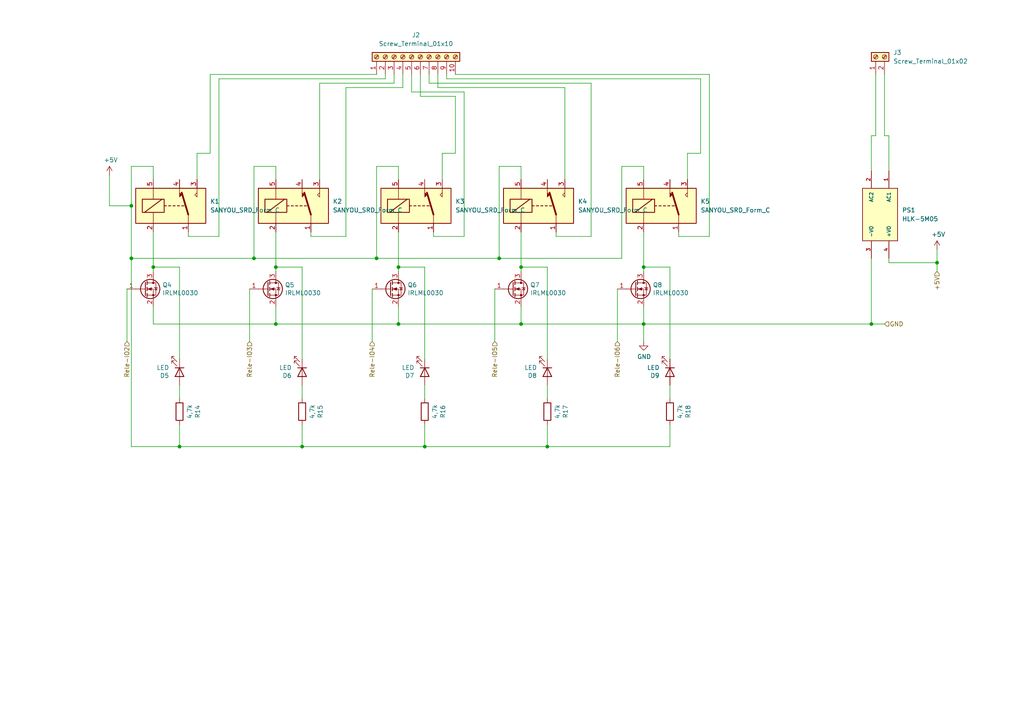
<source format=kicad_sch>
(kicad_sch (version 20211123) (generator eeschema)

  (uuid e11ae5a5-aa10-4f10-b346-f16e33c7899a)

  (paper "A4")

  (lib_symbols
    (symbol "Connector:Screw_Terminal_01x02" (pin_names (offset 1.016) hide) (in_bom yes) (on_board yes)
      (property "Reference" "J" (id 0) (at 0 2.54 0)
        (effects (font (size 1.27 1.27)))
      )
      (property "Value" "Screw_Terminal_01x02" (id 1) (at 0 -5.08 0)
        (effects (font (size 1.27 1.27)))
      )
      (property "Footprint" "" (id 2) (at 0 0 0)
        (effects (font (size 1.27 1.27)) hide)
      )
      (property "Datasheet" "~" (id 3) (at 0 0 0)
        (effects (font (size 1.27 1.27)) hide)
      )
      (property "ki_keywords" "screw terminal" (id 4) (at 0 0 0)
        (effects (font (size 1.27 1.27)) hide)
      )
      (property "ki_description" "Generic screw terminal, single row, 01x02, script generated (kicad-library-utils/schlib/autogen/connector/)" (id 5) (at 0 0 0)
        (effects (font (size 1.27 1.27)) hide)
      )
      (property "ki_fp_filters" "TerminalBlock*:*" (id 6) (at 0 0 0)
        (effects (font (size 1.27 1.27)) hide)
      )
      (symbol "Screw_Terminal_01x02_1_1"
        (rectangle (start -1.27 1.27) (end 1.27 -3.81)
          (stroke (width 0.254) (type default) (color 0 0 0 0))
          (fill (type background))
        )
        (circle (center 0 -2.54) (radius 0.635)
          (stroke (width 0.1524) (type default) (color 0 0 0 0))
          (fill (type none))
        )
        (polyline
          (pts
            (xy -0.5334 -2.2098)
            (xy 0.3302 -3.048)
          )
          (stroke (width 0.1524) (type default) (color 0 0 0 0))
          (fill (type none))
        )
        (polyline
          (pts
            (xy -0.5334 0.3302)
            (xy 0.3302 -0.508)
          )
          (stroke (width 0.1524) (type default) (color 0 0 0 0))
          (fill (type none))
        )
        (polyline
          (pts
            (xy -0.3556 -2.032)
            (xy 0.508 -2.8702)
          )
          (stroke (width 0.1524) (type default) (color 0 0 0 0))
          (fill (type none))
        )
        (polyline
          (pts
            (xy -0.3556 0.508)
            (xy 0.508 -0.3302)
          )
          (stroke (width 0.1524) (type default) (color 0 0 0 0))
          (fill (type none))
        )
        (circle (center 0 0) (radius 0.635)
          (stroke (width 0.1524) (type default) (color 0 0 0 0))
          (fill (type none))
        )
        (pin passive line (at -5.08 0 0) (length 3.81)
          (name "Pin_1" (effects (font (size 1.27 1.27))))
          (number "1" (effects (font (size 1.27 1.27))))
        )
        (pin passive line (at -5.08 -2.54 0) (length 3.81)
          (name "Pin_2" (effects (font (size 1.27 1.27))))
          (number "2" (effects (font (size 1.27 1.27))))
        )
      )
    )
    (symbol "Connector:Screw_Terminal_01x10" (pin_names (offset 1.016) hide) (in_bom yes) (on_board yes)
      (property "Reference" "J" (id 0) (at 0 12.7 0)
        (effects (font (size 1.27 1.27)))
      )
      (property "Value" "Screw_Terminal_01x10" (id 1) (at 0 -15.24 0)
        (effects (font (size 1.27 1.27)))
      )
      (property "Footprint" "" (id 2) (at 0 0 0)
        (effects (font (size 1.27 1.27)) hide)
      )
      (property "Datasheet" "~" (id 3) (at 0 0 0)
        (effects (font (size 1.27 1.27)) hide)
      )
      (property "ki_keywords" "screw terminal" (id 4) (at 0 0 0)
        (effects (font (size 1.27 1.27)) hide)
      )
      (property "ki_description" "Generic screw terminal, single row, 01x10, script generated (kicad-library-utils/schlib/autogen/connector/)" (id 5) (at 0 0 0)
        (effects (font (size 1.27 1.27)) hide)
      )
      (property "ki_fp_filters" "TerminalBlock*:*" (id 6) (at 0 0 0)
        (effects (font (size 1.27 1.27)) hide)
      )
      (symbol "Screw_Terminal_01x10_1_1"
        (rectangle (start -1.27 11.43) (end 1.27 -13.97)
          (stroke (width 0.254) (type default) (color 0 0 0 0))
          (fill (type background))
        )
        (circle (center 0 -12.7) (radius 0.635)
          (stroke (width 0.1524) (type default) (color 0 0 0 0))
          (fill (type none))
        )
        (circle (center 0 -10.16) (radius 0.635)
          (stroke (width 0.1524) (type default) (color 0 0 0 0))
          (fill (type none))
        )
        (circle (center 0 -7.62) (radius 0.635)
          (stroke (width 0.1524) (type default) (color 0 0 0 0))
          (fill (type none))
        )
        (circle (center 0 -5.08) (radius 0.635)
          (stroke (width 0.1524) (type default) (color 0 0 0 0))
          (fill (type none))
        )
        (circle (center 0 -2.54) (radius 0.635)
          (stroke (width 0.1524) (type default) (color 0 0 0 0))
          (fill (type none))
        )
        (polyline
          (pts
            (xy -0.5334 -12.3698)
            (xy 0.3302 -13.208)
          )
          (stroke (width 0.1524) (type default) (color 0 0 0 0))
          (fill (type none))
        )
        (polyline
          (pts
            (xy -0.5334 -9.8298)
            (xy 0.3302 -10.668)
          )
          (stroke (width 0.1524) (type default) (color 0 0 0 0))
          (fill (type none))
        )
        (polyline
          (pts
            (xy -0.5334 -7.2898)
            (xy 0.3302 -8.128)
          )
          (stroke (width 0.1524) (type default) (color 0 0 0 0))
          (fill (type none))
        )
        (polyline
          (pts
            (xy -0.5334 -4.7498)
            (xy 0.3302 -5.588)
          )
          (stroke (width 0.1524) (type default) (color 0 0 0 0))
          (fill (type none))
        )
        (polyline
          (pts
            (xy -0.5334 -2.2098)
            (xy 0.3302 -3.048)
          )
          (stroke (width 0.1524) (type default) (color 0 0 0 0))
          (fill (type none))
        )
        (polyline
          (pts
            (xy -0.5334 0.3302)
            (xy 0.3302 -0.508)
          )
          (stroke (width 0.1524) (type default) (color 0 0 0 0))
          (fill (type none))
        )
        (polyline
          (pts
            (xy -0.5334 2.8702)
            (xy 0.3302 2.032)
          )
          (stroke (width 0.1524) (type default) (color 0 0 0 0))
          (fill (type none))
        )
        (polyline
          (pts
            (xy -0.5334 5.4102)
            (xy 0.3302 4.572)
          )
          (stroke (width 0.1524) (type default) (color 0 0 0 0))
          (fill (type none))
        )
        (polyline
          (pts
            (xy -0.5334 7.9502)
            (xy 0.3302 7.112)
          )
          (stroke (width 0.1524) (type default) (color 0 0 0 0))
          (fill (type none))
        )
        (polyline
          (pts
            (xy -0.5334 10.4902)
            (xy 0.3302 9.652)
          )
          (stroke (width 0.1524) (type default) (color 0 0 0 0))
          (fill (type none))
        )
        (polyline
          (pts
            (xy -0.3556 -12.192)
            (xy 0.508 -13.0302)
          )
          (stroke (width 0.1524) (type default) (color 0 0 0 0))
          (fill (type none))
        )
        (polyline
          (pts
            (xy -0.3556 -9.652)
            (xy 0.508 -10.4902)
          )
          (stroke (width 0.1524) (type default) (color 0 0 0 0))
          (fill (type none))
        )
        (polyline
          (pts
            (xy -0.3556 -7.112)
            (xy 0.508 -7.9502)
          )
          (stroke (width 0.1524) (type default) (color 0 0 0 0))
          (fill (type none))
        )
        (polyline
          (pts
            (xy -0.3556 -4.572)
            (xy 0.508 -5.4102)
          )
          (stroke (width 0.1524) (type default) (color 0 0 0 0))
          (fill (type none))
        )
        (polyline
          (pts
            (xy -0.3556 -2.032)
            (xy 0.508 -2.8702)
          )
          (stroke (width 0.1524) (type default) (color 0 0 0 0))
          (fill (type none))
        )
        (polyline
          (pts
            (xy -0.3556 0.508)
            (xy 0.508 -0.3302)
          )
          (stroke (width 0.1524) (type default) (color 0 0 0 0))
          (fill (type none))
        )
        (polyline
          (pts
            (xy -0.3556 3.048)
            (xy 0.508 2.2098)
          )
          (stroke (width 0.1524) (type default) (color 0 0 0 0))
          (fill (type none))
        )
        (polyline
          (pts
            (xy -0.3556 5.588)
            (xy 0.508 4.7498)
          )
          (stroke (width 0.1524) (type default) (color 0 0 0 0))
          (fill (type none))
        )
        (polyline
          (pts
            (xy -0.3556 8.128)
            (xy 0.508 7.2898)
          )
          (stroke (width 0.1524) (type default) (color 0 0 0 0))
          (fill (type none))
        )
        (polyline
          (pts
            (xy -0.3556 10.668)
            (xy 0.508 9.8298)
          )
          (stroke (width 0.1524) (type default) (color 0 0 0 0))
          (fill (type none))
        )
        (circle (center 0 0) (radius 0.635)
          (stroke (width 0.1524) (type default) (color 0 0 0 0))
          (fill (type none))
        )
        (circle (center 0 2.54) (radius 0.635)
          (stroke (width 0.1524) (type default) (color 0 0 0 0))
          (fill (type none))
        )
        (circle (center 0 5.08) (radius 0.635)
          (stroke (width 0.1524) (type default) (color 0 0 0 0))
          (fill (type none))
        )
        (circle (center 0 7.62) (radius 0.635)
          (stroke (width 0.1524) (type default) (color 0 0 0 0))
          (fill (type none))
        )
        (circle (center 0 10.16) (radius 0.635)
          (stroke (width 0.1524) (type default) (color 0 0 0 0))
          (fill (type none))
        )
        (pin passive line (at -5.08 10.16 0) (length 3.81)
          (name "Pin_1" (effects (font (size 1.27 1.27))))
          (number "1" (effects (font (size 1.27 1.27))))
        )
        (pin passive line (at -5.08 -12.7 0) (length 3.81)
          (name "Pin_10" (effects (font (size 1.27 1.27))))
          (number "10" (effects (font (size 1.27 1.27))))
        )
        (pin passive line (at -5.08 7.62 0) (length 3.81)
          (name "Pin_2" (effects (font (size 1.27 1.27))))
          (number "2" (effects (font (size 1.27 1.27))))
        )
        (pin passive line (at -5.08 5.08 0) (length 3.81)
          (name "Pin_3" (effects (font (size 1.27 1.27))))
          (number "3" (effects (font (size 1.27 1.27))))
        )
        (pin passive line (at -5.08 2.54 0) (length 3.81)
          (name "Pin_4" (effects (font (size 1.27 1.27))))
          (number "4" (effects (font (size 1.27 1.27))))
        )
        (pin passive line (at -5.08 0 0) (length 3.81)
          (name "Pin_5" (effects (font (size 1.27 1.27))))
          (number "5" (effects (font (size 1.27 1.27))))
        )
        (pin passive line (at -5.08 -2.54 0) (length 3.81)
          (name "Pin_6" (effects (font (size 1.27 1.27))))
          (number "6" (effects (font (size 1.27 1.27))))
        )
        (pin passive line (at -5.08 -5.08 0) (length 3.81)
          (name "Pin_7" (effects (font (size 1.27 1.27))))
          (number "7" (effects (font (size 1.27 1.27))))
        )
        (pin passive line (at -5.08 -7.62 0) (length 3.81)
          (name "Pin_8" (effects (font (size 1.27 1.27))))
          (number "8" (effects (font (size 1.27 1.27))))
        )
        (pin passive line (at -5.08 -10.16 0) (length 3.81)
          (name "Pin_9" (effects (font (size 1.27 1.27))))
          (number "9" (effects (font (size 1.27 1.27))))
        )
      )
    )
    (symbol "Converter_ACDC:HLK-5M05" (pin_names (offset 1.016)) (in_bom yes) (on_board yes)
      (property "Reference" "PS" (id 0) (at -7.62 6.35 0)
        (effects (font (size 1.27 1.27)) (justify left bottom))
      )
      (property "Value" "HLK-5M05" (id 1) (at -7.62 -7.62 0)
        (effects (font (size 1.27 1.27)) (justify left bottom))
      )
      (property "Footprint" "CONV_HLK-5M05" (id 2) (at 0 0 0)
        (effects (font (size 1.27 1.27)) (justify left bottom) hide)
      )
      (property "Datasheet" "" (id 3) (at 0 0 0)
        (effects (font (size 1.27 1.27)) (justify left bottom) hide)
      )
      (property "STANDARD" "Manufacturer Recommendations" (id 4) (at 0 0 0)
        (effects (font (size 1.27 1.27)) (justify left bottom) hide)
      )
      (property "MANUFACTURER" "HI-LINK" (id 5) (at 0 0 0)
        (effects (font (size 1.27 1.27)) (justify left bottom) hide)
      )
      (property "PARTREV" "N/A" (id 6) (at 0 0 0)
        (effects (font (size 1.27 1.27)) (justify left bottom) hide)
      )
      (property "ki_locked" "" (id 7) (at 0 0 0)
        (effects (font (size 1.27 1.27)))
      )
      (symbol "HLK-5M05_0_0"
        (rectangle (start -7.62 -5.08) (end 7.62 5.08)
          (stroke (width 0.2032) (type default) (color 0 0 0 0))
          (fill (type background))
        )
        (pin input line (at -12.7 2.54 0) (length 5.08)
          (name "AC1" (effects (font (size 1.016 1.016))))
          (number "1" (effects (font (size 1.016 1.016))))
        )
        (pin input line (at -12.7 -2.54 0) (length 5.08)
          (name "AC2" (effects (font (size 1.016 1.016))))
          (number "2" (effects (font (size 1.016 1.016))))
        )
        (pin output line (at 12.7 -2.54 180) (length 5.08)
          (name "-VO" (effects (font (size 1.016 1.016))))
          (number "3" (effects (font (size 1.016 1.016))))
        )
        (pin output line (at 12.7 2.54 180) (length 5.08)
          (name "+VO" (effects (font (size 1.016 1.016))))
          (number "4" (effects (font (size 1.016 1.016))))
        )
      )
    )
    (symbol "Device:LED" (pin_numbers hide) (pin_names (offset 1.016) hide) (in_bom yes) (on_board yes)
      (property "Reference" "D" (id 0) (at 0 2.54 0)
        (effects (font (size 1.27 1.27)))
      )
      (property "Value" "LED" (id 1) (at 0 -2.54 0)
        (effects (font (size 1.27 1.27)))
      )
      (property "Footprint" "" (id 2) (at 0 0 0)
        (effects (font (size 1.27 1.27)) hide)
      )
      (property "Datasheet" "~" (id 3) (at 0 0 0)
        (effects (font (size 1.27 1.27)) hide)
      )
      (property "ki_keywords" "LED diode" (id 4) (at 0 0 0)
        (effects (font (size 1.27 1.27)) hide)
      )
      (property "ki_description" "Light emitting diode" (id 5) (at 0 0 0)
        (effects (font (size 1.27 1.27)) hide)
      )
      (property "ki_fp_filters" "LED* LED_SMD:* LED_THT:*" (id 6) (at 0 0 0)
        (effects (font (size 1.27 1.27)) hide)
      )
      (symbol "LED_0_1"
        (polyline
          (pts
            (xy -1.27 -1.27)
            (xy -1.27 1.27)
          )
          (stroke (width 0.254) (type default) (color 0 0 0 0))
          (fill (type none))
        )
        (polyline
          (pts
            (xy -1.27 0)
            (xy 1.27 0)
          )
          (stroke (width 0) (type default) (color 0 0 0 0))
          (fill (type none))
        )
        (polyline
          (pts
            (xy 1.27 -1.27)
            (xy 1.27 1.27)
            (xy -1.27 0)
            (xy 1.27 -1.27)
          )
          (stroke (width 0.254) (type default) (color 0 0 0 0))
          (fill (type none))
        )
        (polyline
          (pts
            (xy -3.048 -0.762)
            (xy -4.572 -2.286)
            (xy -3.81 -2.286)
            (xy -4.572 -2.286)
            (xy -4.572 -1.524)
          )
          (stroke (width 0) (type default) (color 0 0 0 0))
          (fill (type none))
        )
        (polyline
          (pts
            (xy -1.778 -0.762)
            (xy -3.302 -2.286)
            (xy -2.54 -2.286)
            (xy -3.302 -2.286)
            (xy -3.302 -1.524)
          )
          (stroke (width 0) (type default) (color 0 0 0 0))
          (fill (type none))
        )
      )
      (symbol "LED_1_1"
        (pin passive line (at -3.81 0 0) (length 2.54)
          (name "K" (effects (font (size 1.27 1.27))))
          (number "1" (effects (font (size 1.27 1.27))))
        )
        (pin passive line (at 3.81 0 180) (length 2.54)
          (name "A" (effects (font (size 1.27 1.27))))
          (number "2" (effects (font (size 1.27 1.27))))
        )
      )
    )
    (symbol "Device:R" (pin_numbers hide) (pin_names (offset 0)) (in_bom yes) (on_board yes)
      (property "Reference" "R" (id 0) (at 2.032 0 90)
        (effects (font (size 1.27 1.27)))
      )
      (property "Value" "R" (id 1) (at 0 0 90)
        (effects (font (size 1.27 1.27)))
      )
      (property "Footprint" "" (id 2) (at -1.778 0 90)
        (effects (font (size 1.27 1.27)) hide)
      )
      (property "Datasheet" "~" (id 3) (at 0 0 0)
        (effects (font (size 1.27 1.27)) hide)
      )
      (property "ki_keywords" "R res resistor" (id 4) (at 0 0 0)
        (effects (font (size 1.27 1.27)) hide)
      )
      (property "ki_description" "Resistor" (id 5) (at 0 0 0)
        (effects (font (size 1.27 1.27)) hide)
      )
      (property "ki_fp_filters" "R_*" (id 6) (at 0 0 0)
        (effects (font (size 1.27 1.27)) hide)
      )
      (symbol "R_0_1"
        (rectangle (start -1.016 -2.54) (end 1.016 2.54)
          (stroke (width 0.254) (type default) (color 0 0 0 0))
          (fill (type none))
        )
      )
      (symbol "R_1_1"
        (pin passive line (at 0 3.81 270) (length 1.27)
          (name "~" (effects (font (size 1.27 1.27))))
          (number "1" (effects (font (size 1.27 1.27))))
        )
        (pin passive line (at 0 -3.81 90) (length 1.27)
          (name "~" (effects (font (size 1.27 1.27))))
          (number "2" (effects (font (size 1.27 1.27))))
        )
      )
    )
    (symbol "Relay:SANYOU_SRD_Form_C" (in_bom yes) (on_board yes)
      (property "Reference" "K" (id 0) (at 11.43 3.81 0)
        (effects (font (size 1.27 1.27)) (justify left))
      )
      (property "Value" "SANYOU_SRD_Form_C" (id 1) (at 11.43 1.27 0)
        (effects (font (size 1.27 1.27)) (justify left))
      )
      (property "Footprint" "Relay_THT:Relay_SPDT_SANYOU_SRD_Series_Form_C" (id 2) (at 11.43 -1.27 0)
        (effects (font (size 1.27 1.27)) (justify left) hide)
      )
      (property "Datasheet" "http://www.sanyourelay.ca/public/products/pdf/SRD.pdf" (id 3) (at 0 0 0)
        (effects (font (size 1.27 1.27)) hide)
      )
      (property "ki_keywords" "Single Pole Relay SPDT" (id 4) (at 0 0 0)
        (effects (font (size 1.27 1.27)) hide)
      )
      (property "ki_description" "Sanyo SRD relay, Single Pole Miniature Power Relay," (id 5) (at 0 0 0)
        (effects (font (size 1.27 1.27)) hide)
      )
      (property "ki_fp_filters" "Relay*SPDT*SANYOU*SRD*Series*Form*C*" (id 6) (at 0 0 0)
        (effects (font (size 1.27 1.27)) hide)
      )
      (symbol "SANYOU_SRD_Form_C_0_0"
        (polyline
          (pts
            (xy 7.62 5.08)
            (xy 7.62 2.54)
            (xy 6.985 3.175)
            (xy 7.62 3.81)
          )
          (stroke (width 0) (type default) (color 0 0 0 0))
          (fill (type none))
        )
      )
      (symbol "SANYOU_SRD_Form_C_0_1"
        (rectangle (start -10.16 5.08) (end 10.16 -5.08)
          (stroke (width 0.254) (type default) (color 0 0 0 0))
          (fill (type background))
        )
        (rectangle (start -8.255 1.905) (end -1.905 -1.905)
          (stroke (width 0.254) (type default) (color 0 0 0 0))
          (fill (type none))
        )
        (polyline
          (pts
            (xy -7.62 -1.905)
            (xy -2.54 1.905)
          )
          (stroke (width 0.254) (type default) (color 0 0 0 0))
          (fill (type none))
        )
        (polyline
          (pts
            (xy -5.08 -5.08)
            (xy -5.08 -1.905)
          )
          (stroke (width 0) (type default) (color 0 0 0 0))
          (fill (type none))
        )
        (polyline
          (pts
            (xy -5.08 5.08)
            (xy -5.08 1.905)
          )
          (stroke (width 0) (type default) (color 0 0 0 0))
          (fill (type none))
        )
        (polyline
          (pts
            (xy -1.905 0)
            (xy -1.27 0)
          )
          (stroke (width 0.254) (type default) (color 0 0 0 0))
          (fill (type none))
        )
        (polyline
          (pts
            (xy -0.635 0)
            (xy 0 0)
          )
          (stroke (width 0.254) (type default) (color 0 0 0 0))
          (fill (type none))
        )
        (polyline
          (pts
            (xy 0.635 0)
            (xy 1.27 0)
          )
          (stroke (width 0.254) (type default) (color 0 0 0 0))
          (fill (type none))
        )
        (polyline
          (pts
            (xy 1.905 0)
            (xy 2.54 0)
          )
          (stroke (width 0.254) (type default) (color 0 0 0 0))
          (fill (type none))
        )
        (polyline
          (pts
            (xy 3.175 0)
            (xy 3.81 0)
          )
          (stroke (width 0.254) (type default) (color 0 0 0 0))
          (fill (type none))
        )
        (polyline
          (pts
            (xy 5.08 -2.54)
            (xy 3.175 3.81)
          )
          (stroke (width 0.508) (type default) (color 0 0 0 0))
          (fill (type none))
        )
        (polyline
          (pts
            (xy 5.08 -2.54)
            (xy 5.08 -5.08)
          )
          (stroke (width 0) (type default) (color 0 0 0 0))
          (fill (type none))
        )
      )
      (symbol "SANYOU_SRD_Form_C_1_1"
        (polyline
          (pts
            (xy 2.54 3.81)
            (xy 3.175 3.175)
            (xy 2.54 2.54)
            (xy 2.54 5.08)
          )
          (stroke (width 0) (type default) (color 0 0 0 0))
          (fill (type outline))
        )
        (pin passive line (at 5.08 -7.62 90) (length 2.54)
          (name "~" (effects (font (size 1.27 1.27))))
          (number "1" (effects (font (size 1.27 1.27))))
        )
        (pin passive line (at -5.08 -7.62 90) (length 2.54)
          (name "~" (effects (font (size 1.27 1.27))))
          (number "2" (effects (font (size 1.27 1.27))))
        )
        (pin passive line (at 7.62 7.62 270) (length 2.54)
          (name "~" (effects (font (size 1.27 1.27))))
          (number "3" (effects (font (size 1.27 1.27))))
        )
        (pin passive line (at 2.54 7.62 270) (length 2.54)
          (name "~" (effects (font (size 1.27 1.27))))
          (number "4" (effects (font (size 1.27 1.27))))
        )
        (pin passive line (at -5.08 7.62 270) (length 2.54)
          (name "~" (effects (font (size 1.27 1.27))))
          (number "5" (effects (font (size 1.27 1.27))))
        )
      )
    )
    (symbol "Transistor_FET:IRLML0030" (pin_names hide) (in_bom yes) (on_board yes)
      (property "Reference" "Q" (id 0) (at 5.08 1.905 0)
        (effects (font (size 1.27 1.27)) (justify left))
      )
      (property "Value" "IRLML0030" (id 1) (at 5.08 0 0)
        (effects (font (size 1.27 1.27)) (justify left))
      )
      (property "Footprint" "Package_TO_SOT_SMD:SOT-23" (id 2) (at 5.08 -1.905 0)
        (effects (font (size 1.27 1.27) italic) (justify left) hide)
      )
      (property "Datasheet" "https://www.infineon.com/dgdl/irlml0030pbf.pdf?fileId=5546d462533600a401535664773825df" (id 3) (at 0 0 0)
        (effects (font (size 1.27 1.27)) (justify left) hide)
      )
      (property "ki_keywords" "N-Channel HEXFET MOSFET Logic-Level" (id 4) (at 0 0 0)
        (effects (font (size 1.27 1.27)) hide)
      )
      (property "ki_description" "5.3A Id, 30V Vds, 27mOhm Rds, N-Channel HEXFET Power MOSFET, SOT-23" (id 5) (at 0 0 0)
        (effects (font (size 1.27 1.27)) hide)
      )
      (property "ki_fp_filters" "SOT?23*" (id 6) (at 0 0 0)
        (effects (font (size 1.27 1.27)) hide)
      )
      (symbol "IRLML0030_0_1"
        (polyline
          (pts
            (xy 0.254 0)
            (xy -2.54 0)
          )
          (stroke (width 0) (type default) (color 0 0 0 0))
          (fill (type none))
        )
        (polyline
          (pts
            (xy 0.254 1.905)
            (xy 0.254 -1.905)
          )
          (stroke (width 0.254) (type default) (color 0 0 0 0))
          (fill (type none))
        )
        (polyline
          (pts
            (xy 0.762 -1.27)
            (xy 0.762 -2.286)
          )
          (stroke (width 0.254) (type default) (color 0 0 0 0))
          (fill (type none))
        )
        (polyline
          (pts
            (xy 0.762 0.508)
            (xy 0.762 -0.508)
          )
          (stroke (width 0.254) (type default) (color 0 0 0 0))
          (fill (type none))
        )
        (polyline
          (pts
            (xy 0.762 2.286)
            (xy 0.762 1.27)
          )
          (stroke (width 0.254) (type default) (color 0 0 0 0))
          (fill (type none))
        )
        (polyline
          (pts
            (xy 2.54 2.54)
            (xy 2.54 1.778)
          )
          (stroke (width 0) (type default) (color 0 0 0 0))
          (fill (type none))
        )
        (polyline
          (pts
            (xy 2.54 -2.54)
            (xy 2.54 0)
            (xy 0.762 0)
          )
          (stroke (width 0) (type default) (color 0 0 0 0))
          (fill (type none))
        )
        (polyline
          (pts
            (xy 0.762 -1.778)
            (xy 3.302 -1.778)
            (xy 3.302 1.778)
            (xy 0.762 1.778)
          )
          (stroke (width 0) (type default) (color 0 0 0 0))
          (fill (type none))
        )
        (polyline
          (pts
            (xy 1.016 0)
            (xy 2.032 0.381)
            (xy 2.032 -0.381)
            (xy 1.016 0)
          )
          (stroke (width 0) (type default) (color 0 0 0 0))
          (fill (type outline))
        )
        (polyline
          (pts
            (xy 2.794 0.508)
            (xy 2.921 0.381)
            (xy 3.683 0.381)
            (xy 3.81 0.254)
          )
          (stroke (width 0) (type default) (color 0 0 0 0))
          (fill (type none))
        )
        (polyline
          (pts
            (xy 3.302 0.381)
            (xy 2.921 -0.254)
            (xy 3.683 -0.254)
            (xy 3.302 0.381)
          )
          (stroke (width 0) (type default) (color 0 0 0 0))
          (fill (type none))
        )
        (circle (center 1.651 0) (radius 2.794)
          (stroke (width 0.254) (type default) (color 0 0 0 0))
          (fill (type none))
        )
        (circle (center 2.54 -1.778) (radius 0.254)
          (stroke (width 0) (type default) (color 0 0 0 0))
          (fill (type outline))
        )
        (circle (center 2.54 1.778) (radius 0.254)
          (stroke (width 0) (type default) (color 0 0 0 0))
          (fill (type outline))
        )
      )
      (symbol "IRLML0030_1_1"
        (pin input line (at -5.08 0 0) (length 2.54)
          (name "G" (effects (font (size 1.27 1.27))))
          (number "1" (effects (font (size 1.27 1.27))))
        )
        (pin passive line (at 2.54 -5.08 90) (length 2.54)
          (name "S" (effects (font (size 1.27 1.27))))
          (number "2" (effects (font (size 1.27 1.27))))
        )
        (pin passive line (at 2.54 5.08 270) (length 2.54)
          (name "D" (effects (font (size 1.27 1.27))))
          (number "3" (effects (font (size 1.27 1.27))))
        )
      )
    )
    (symbol "power:+5V" (power) (pin_names (offset 0)) (in_bom yes) (on_board yes)
      (property "Reference" "#PWR" (id 0) (at 0 -3.81 0)
        (effects (font (size 1.27 1.27)) hide)
      )
      (property "Value" "+5V" (id 1) (at 0 3.556 0)
        (effects (font (size 1.27 1.27)))
      )
      (property "Footprint" "" (id 2) (at 0 0 0)
        (effects (font (size 1.27 1.27)) hide)
      )
      (property "Datasheet" "" (id 3) (at 0 0 0)
        (effects (font (size 1.27 1.27)) hide)
      )
      (property "ki_keywords" "power-flag" (id 4) (at 0 0 0)
        (effects (font (size 1.27 1.27)) hide)
      )
      (property "ki_description" "Power symbol creates a global label with name \"+5V\"" (id 5) (at 0 0 0)
        (effects (font (size 1.27 1.27)) hide)
      )
      (symbol "+5V_0_1"
        (polyline
          (pts
            (xy -0.762 1.27)
            (xy 0 2.54)
          )
          (stroke (width 0) (type default) (color 0 0 0 0))
          (fill (type none))
        )
        (polyline
          (pts
            (xy 0 0)
            (xy 0 2.54)
          )
          (stroke (width 0) (type default) (color 0 0 0 0))
          (fill (type none))
        )
        (polyline
          (pts
            (xy 0 2.54)
            (xy 0.762 1.27)
          )
          (stroke (width 0) (type default) (color 0 0 0 0))
          (fill (type none))
        )
      )
      (symbol "+5V_1_1"
        (pin power_in line (at 0 0 90) (length 0) hide
          (name "+5V" (effects (font (size 1.27 1.27))))
          (number "1" (effects (font (size 1.27 1.27))))
        )
      )
    )
    (symbol "power:GND" (power) (pin_names (offset 0)) (in_bom yes) (on_board yes)
      (property "Reference" "#PWR" (id 0) (at 0 -6.35 0)
        (effects (font (size 1.27 1.27)) hide)
      )
      (property "Value" "GND" (id 1) (at 0 -3.81 0)
        (effects (font (size 1.27 1.27)))
      )
      (property "Footprint" "" (id 2) (at 0 0 0)
        (effects (font (size 1.27 1.27)) hide)
      )
      (property "Datasheet" "" (id 3) (at 0 0 0)
        (effects (font (size 1.27 1.27)) hide)
      )
      (property "ki_keywords" "power-flag" (id 4) (at 0 0 0)
        (effects (font (size 1.27 1.27)) hide)
      )
      (property "ki_description" "Power symbol creates a global label with name \"GND\" , ground" (id 5) (at 0 0 0)
        (effects (font (size 1.27 1.27)) hide)
      )
      (symbol "GND_0_1"
        (polyline
          (pts
            (xy 0 0)
            (xy 0 -1.27)
            (xy 1.27 -1.27)
            (xy 0 -2.54)
            (xy -1.27 -1.27)
            (xy 0 -1.27)
          )
          (stroke (width 0) (type default) (color 0 0 0 0))
          (fill (type none))
        )
      )
      (symbol "GND_1_1"
        (pin power_in line (at 0 0 270) (length 0) hide
          (name "GND" (effects (font (size 1.27 1.27))))
          (number "1" (effects (font (size 1.27 1.27))))
        )
      )
    )
  )

  (junction (at 115.57 93.98) (diameter 0) (color 0 0 0 0)
    (uuid 000b46d6-b833-4804-8f56-56d539f76d09)
  )
  (junction (at 158.75 129.54) (diameter 0) (color 0 0 0 0)
    (uuid 044dde97-ee2e-473a-9264-ed4dff1893a5)
  )
  (junction (at 109.22 74.93) (diameter 0) (color 0 0 0 0)
    (uuid 09bbea88-8bd7-48ec-baae-1b4a9a11a40e)
  )
  (junction (at 144.78 74.93) (diameter 0) (color 0 0 0 0)
    (uuid 0f0f7bb5-ade7-4a81-82b4-43be6a8ad05c)
  )
  (junction (at 186.69 93.98) (diameter 0) (color 0 0 0 0)
    (uuid 178ae27e-edb9-4ffb-bd13-c0a6dd659606)
  )
  (junction (at 252.73 93.98) (diameter 0) (color 0 0 0 0)
    (uuid 1e73a1e5-72d3-412e-a959-f7a809547f87)
  )
  (junction (at 115.57 77.47) (diameter 0) (color 0 0 0 0)
    (uuid 3934b2e9-06c8-499c-a6df-4d7b35cfb894)
  )
  (junction (at 151.13 93.98) (diameter 0) (color 0 0 0 0)
    (uuid 3a1a39fc-8030-4c93-9d9c-d79ba6824099)
  )
  (junction (at 38.1 74.93) (diameter 0) (color 0 0 0 0)
    (uuid 406d491e-5b01-46dc-a768-fd0992cdb346)
  )
  (junction (at 151.13 77.47) (diameter 0) (color 0 0 0 0)
    (uuid 41b4f8c6-4973-4fc7-9118-d582bc7f31e7)
  )
  (junction (at 73.66 74.93) (diameter 0) (color 0 0 0 0)
    (uuid 49fec31e-3712-4229-8142-b191d90a97d0)
  )
  (junction (at 186.69 77.47) (diameter 0) (color 0 0 0 0)
    (uuid 54093c93-5e7e-4c8d-8d94-40c077747c12)
  )
  (junction (at 123.19 129.54) (diameter 0) (color 0 0 0 0)
    (uuid 661ca2ba-bce5-4308-99a6-de333a625515)
  )
  (junction (at 80.01 77.47) (diameter 0) (color 0 0 0 0)
    (uuid 662bafcb-dcfb-4471-a8a9-f5c777fdf249)
  )
  (junction (at 87.63 129.54) (diameter 0) (color 0 0 0 0)
    (uuid 93ac15d8-5f91-4361-acff-be4992b93b51)
  )
  (junction (at 271.78 76.2) (diameter 0) (color 0 0 0 0)
    (uuid be5a7017-fe9d-43ea-9a6a-8fe8deb78420)
  )
  (junction (at 52.07 129.54) (diameter 0) (color 0 0 0 0)
    (uuid c6462399-f2e4-4f1a-b34a-b49a04c8bdb9)
  )
  (junction (at 80.01 93.98) (diameter 0) (color 0 0 0 0)
    (uuid c7cd39db-931a-4d86-96b8-57e6b39f58f9)
  )
  (junction (at 44.45 77.47) (diameter 0) (color 0 0 0 0)
    (uuid d115a0df-1034-4583-83af-ff1cb8acfa17)
  )
  (junction (at 38.1 59.69) (diameter 0) (color 0 0 0 0)
    (uuid d655bb0a-cbf9-4908-ad60-7024ff468fbd)
  )

  (wire (pts (xy 186.69 77.47) (xy 186.69 78.74))
    (stroke (width 0) (type default) (color 0 0 0 0))
    (uuid 01024d27-e392-4482-9e67-565b0c294fe8)
  )
  (wire (pts (xy 73.66 74.93) (xy 109.22 74.93))
    (stroke (width 0) (type default) (color 0 0 0 0))
    (uuid 022502e0-e724-4b75-bc35-3c5984dbeb76)
  )
  (wire (pts (xy 90.17 67.31) (xy 90.17 68.58))
    (stroke (width 0) (type default) (color 0 0 0 0))
    (uuid 082aed28-f9e8-49e7-96ee-b5aa9f0319c7)
  )
  (wire (pts (xy 80.01 48.26) (xy 73.66 48.26))
    (stroke (width 0) (type default) (color 0 0 0 0))
    (uuid 08ec951f-e7eb-41cf-9589-697107a98e88)
  )
  (wire (pts (xy 52.07 115.57) (xy 52.07 111.76))
    (stroke (width 0) (type default) (color 0 0 0 0))
    (uuid 0b110cbc-e477-4bdc-9c81-26a3d588d354)
  )
  (wire (pts (xy 129.54 21.59) (xy 129.54 22.86))
    (stroke (width 0) (type default) (color 0 0 0 0))
    (uuid 0d59f9ef-2aa5-4088-9395-fca9807196f6)
  )
  (wire (pts (xy 123.19 77.47) (xy 123.19 104.14))
    (stroke (width 0) (type default) (color 0 0 0 0))
    (uuid 0e0f9829-27a5-43b2-a0ae-121d3ce72ef4)
  )
  (wire (pts (xy 80.01 52.07) (xy 80.01 48.26))
    (stroke (width 0) (type default) (color 0 0 0 0))
    (uuid 0fb27e11-fde6-4a25-adbb-e9684771b369)
  )
  (wire (pts (xy 80.01 88.9) (xy 80.01 93.98))
    (stroke (width 0) (type default) (color 0 0 0 0))
    (uuid 113ffcdf-4c54-4e37-81dc-f91efa934ba7)
  )
  (wire (pts (xy 44.45 77.47) (xy 52.07 77.47))
    (stroke (width 0) (type default) (color 0 0 0 0))
    (uuid 15ea3484-2685-47cb-9e01-ec01c6d477b8)
  )
  (wire (pts (xy 38.1 74.93) (xy 73.66 74.93))
    (stroke (width 0) (type default) (color 0 0 0 0))
    (uuid 162e5bdd-61a8-46a3-8485-826b5d58e1a1)
  )
  (wire (pts (xy 87.63 77.47) (xy 87.63 104.14))
    (stroke (width 0) (type default) (color 0 0 0 0))
    (uuid 18d3014d-7089-41b5-ab03-53cc0a265580)
  )
  (wire (pts (xy 44.45 88.9) (xy 44.45 93.98))
    (stroke (width 0) (type default) (color 0 0 0 0))
    (uuid 1cacb878-9da4-41fc-aa80-018bc841e19a)
  )
  (wire (pts (xy 151.13 88.9) (xy 151.13 93.98))
    (stroke (width 0) (type default) (color 0 0 0 0))
    (uuid 1de61170-5337-44c5-ba28-bd477db4bff1)
  )
  (wire (pts (xy 80.01 93.98) (xy 115.57 93.98))
    (stroke (width 0) (type default) (color 0 0 0 0))
    (uuid 2102c637-9f11-48f1-aae6-b4139dc22be2)
  )
  (wire (pts (xy 87.63 115.57) (xy 87.63 111.76))
    (stroke (width 0) (type default) (color 0 0 0 0))
    (uuid 22c28634-55a5-4f76-9217-6b70ddd108b8)
  )
  (wire (pts (xy 72.39 83.82) (xy 72.39 99.06))
    (stroke (width 0) (type default) (color 0 0 0 0))
    (uuid 272c2a78-b5f5-4b61-aed3-ec69e0e92729)
  )
  (wire (pts (xy 186.69 52.07) (xy 186.69 48.26))
    (stroke (width 0) (type default) (color 0 0 0 0))
    (uuid 2b25e886-ded1-450a-ada1-ece4208052e4)
  )
  (wire (pts (xy 194.31 115.57) (xy 194.31 111.76))
    (stroke (width 0) (type default) (color 0 0 0 0))
    (uuid 2ba25c40-ea42-478e-9150-1d94fa1c8ae9)
  )
  (wire (pts (xy 119.38 21.59) (xy 119.38 26.67))
    (stroke (width 0) (type default) (color 0 0 0 0))
    (uuid 2edf1cf0-f76b-4b85-bd3a-aa3b92823fcb)
  )
  (wire (pts (xy 73.66 48.26) (xy 73.66 74.93))
    (stroke (width 0) (type default) (color 0 0 0 0))
    (uuid 2eea20e6-112c-411a-b615-885ae773135a)
  )
  (wire (pts (xy 151.13 48.26) (xy 144.78 48.26))
    (stroke (width 0) (type default) (color 0 0 0 0))
    (uuid 2f3fba7a-cf45-4bd8-9035-07e6fa0b4732)
  )
  (wire (pts (xy 151.13 52.07) (xy 151.13 48.26))
    (stroke (width 0) (type default) (color 0 0 0 0))
    (uuid 319c683d-aed6-4e7d-aee2-ff9871746d52)
  )
  (wire (pts (xy 151.13 77.47) (xy 151.13 78.74))
    (stroke (width 0) (type default) (color 0 0 0 0))
    (uuid 34a11a07-8b7f-45d2-96e3-89fd43e62756)
  )
  (wire (pts (xy 151.13 77.47) (xy 158.75 77.47))
    (stroke (width 0) (type default) (color 0 0 0 0))
    (uuid 3579cf2f-29b0-46b6-a07d-483fb5586322)
  )
  (wire (pts (xy 203.2 44.45) (xy 199.39 44.45))
    (stroke (width 0) (type default) (color 0 0 0 0))
    (uuid 386faf3f-2adf-472a-84bf-bd511edf2429)
  )
  (wire (pts (xy 257.81 74.93) (xy 257.81 76.2))
    (stroke (width 0) (type default) (color 0 0 0 0))
    (uuid 38b89286-f832-46c6-aff0-7903088971d9)
  )
  (wire (pts (xy 121.92 21.59) (xy 121.92 27.94))
    (stroke (width 0) (type default) (color 0 0 0 0))
    (uuid 3a612d9e-1f5f-4fc7-9075-238b92d274e5)
  )
  (wire (pts (xy 119.38 26.67) (xy 134.62 26.67))
    (stroke (width 0) (type default) (color 0 0 0 0))
    (uuid 3b204b87-4d85-4224-90d3-2c62fdaacf52)
  )
  (wire (pts (xy 163.83 25.4) (xy 163.83 52.07))
    (stroke (width 0) (type default) (color 0 0 0 0))
    (uuid 3e87b259-dfc1-4885-8dcf-7e7ae39674ed)
  )
  (wire (pts (xy 36.83 83.82) (xy 36.83 99.06))
    (stroke (width 0) (type default) (color 0 0 0 0))
    (uuid 3f2a6679-91d7-4b6c-bf5c-c4d5abb2bc44)
  )
  (wire (pts (xy 256.54 21.59) (xy 256.54 39.37))
    (stroke (width 0) (type default) (color 0 0 0 0))
    (uuid 3f4c3330-82d2-4ba9-8b6b-17eb2c5ca83b)
  )
  (wire (pts (xy 80.01 77.47) (xy 80.01 78.74))
    (stroke (width 0) (type default) (color 0 0 0 0))
    (uuid 3f96e159-1f3b-4ee7-a46e-e60d78f2137a)
  )
  (wire (pts (xy 271.78 76.2) (xy 257.81 76.2))
    (stroke (width 0) (type default) (color 0 0 0 0))
    (uuid 3fa05934-8ad1-40a9-af5c-98ad298eb412)
  )
  (wire (pts (xy 158.75 129.54) (xy 194.31 129.54))
    (stroke (width 0) (type default) (color 0 0 0 0))
    (uuid 4160bbf7-ffff-4c5c-a647-5ee58ddecf06)
  )
  (wire (pts (xy 109.22 74.93) (xy 144.78 74.93))
    (stroke (width 0) (type default) (color 0 0 0 0))
    (uuid 41c18011-40db-4384-9ba4-c0158d0d9d6a)
  )
  (wire (pts (xy 115.57 52.07) (xy 115.57 48.26))
    (stroke (width 0) (type default) (color 0 0 0 0))
    (uuid 4346fe55-f906-453a-b81a-1c013104a598)
  )
  (wire (pts (xy 180.34 48.26) (xy 180.34 74.93))
    (stroke (width 0) (type default) (color 0 0 0 0))
    (uuid 456c5e47-d71e-4708-b061-1e61634d8648)
  )
  (wire (pts (xy 186.69 77.47) (xy 194.31 77.47))
    (stroke (width 0) (type default) (color 0 0 0 0))
    (uuid 47993d80-a37e-426e-90c9-fd54b49ed166)
  )
  (wire (pts (xy 254 21.59) (xy 254 39.37))
    (stroke (width 0) (type default) (color 0 0 0 0))
    (uuid 49a0487d-8a91-4e5e-9860-6f9402c96f46)
  )
  (wire (pts (xy 151.13 93.98) (xy 186.69 93.98))
    (stroke (width 0) (type default) (color 0 0 0 0))
    (uuid 49b5f540-e128-4e08-bb09-f321f8e64056)
  )
  (wire (pts (xy 44.45 93.98) (xy 80.01 93.98))
    (stroke (width 0) (type default) (color 0 0 0 0))
    (uuid 4ce9470f-5633-41bf-89ac-74a810939893)
  )
  (wire (pts (xy 87.63 129.54) (xy 87.63 123.19))
    (stroke (width 0) (type default) (color 0 0 0 0))
    (uuid 4d2fd49e-2cb2-44d4-8935-68488970d97b)
  )
  (wire (pts (xy 252.73 93.98) (xy 256.54 93.98))
    (stroke (width 0) (type default) (color 0 0 0 0))
    (uuid 4fd81f88-6998-4716-b154-3e03a3b999f7)
  )
  (wire (pts (xy 115.57 67.31) (xy 115.57 77.47))
    (stroke (width 0) (type default) (color 0 0 0 0))
    (uuid 51cc007a-3378-4ce3-909c-71e94822f8d1)
  )
  (wire (pts (xy 80.01 67.31) (xy 80.01 77.47))
    (stroke (width 0) (type default) (color 0 0 0 0))
    (uuid 5576cd03-3bad-40c5-9316-1d286895d52a)
  )
  (wire (pts (xy 109.22 48.26) (xy 109.22 74.93))
    (stroke (width 0) (type default) (color 0 0 0 0))
    (uuid 56d2bc5d-fd72-4542-ab0f-053a5fd60efa)
  )
  (wire (pts (xy 158.75 115.57) (xy 158.75 111.76))
    (stroke (width 0) (type default) (color 0 0 0 0))
    (uuid 5a390647-51ba-4684-b747-9001f749ff71)
  )
  (wire (pts (xy 144.78 74.93) (xy 180.34 74.93))
    (stroke (width 0) (type default) (color 0 0 0 0))
    (uuid 5e6153e6-2c19-46de-9a8e-b310a2a07861)
  )
  (wire (pts (xy 123.19 129.54) (xy 123.19 123.19))
    (stroke (width 0) (type default) (color 0 0 0 0))
    (uuid 60d26b83-9c3a-4edb-93ef-ab3d9d05e8cb)
  )
  (wire (pts (xy 179.07 83.82) (xy 179.07 99.06))
    (stroke (width 0) (type default) (color 0 0 0 0))
    (uuid 62f15a9a-9893-486e-9ad0-ea43f88fc9e7)
  )
  (wire (pts (xy 109.22 21.59) (xy 60.96 21.59))
    (stroke (width 0) (type default) (color 0 0 0 0))
    (uuid 63c8a612-02a3-4b14-b386-6ddcfe250b58)
  )
  (wire (pts (xy 125.73 68.58) (xy 134.62 68.58))
    (stroke (width 0) (type default) (color 0 0 0 0))
    (uuid 645bdbdc-8f65-42ef-a021-2d3e7d74a739)
  )
  (wire (pts (xy 52.07 129.54) (xy 52.07 123.19))
    (stroke (width 0) (type default) (color 0 0 0 0))
    (uuid 6762c669-2824-49a2-8bd4-3f19091dd75a)
  )
  (wire (pts (xy 60.96 44.45) (xy 57.15 44.45))
    (stroke (width 0) (type default) (color 0 0 0 0))
    (uuid 6ae963fb-e34f-4e11-9adf-78839a5b2ef1)
  )
  (wire (pts (xy 124.46 24.13) (xy 124.46 21.59))
    (stroke (width 0) (type default) (color 0 0 0 0))
    (uuid 6c760163-c1ca-4247-8170-2c5af319a3e6)
  )
  (wire (pts (xy 44.45 77.47) (xy 44.45 78.74))
    (stroke (width 0) (type default) (color 0 0 0 0))
    (uuid 720ec55a-7c69-4064-b792-ef3dbba4eab9)
  )
  (wire (pts (xy 38.1 129.54) (xy 52.07 129.54))
    (stroke (width 0) (type default) (color 0 0 0 0))
    (uuid 722636b6-8ff0-452f-9357-23deb317d921)
  )
  (wire (pts (xy 143.51 83.82) (xy 143.51 99.06))
    (stroke (width 0) (type default) (color 0 0 0 0))
    (uuid 7273dd21-e834-41d3-b279-d7de727709ca)
  )
  (wire (pts (xy 115.57 77.47) (xy 115.57 78.74))
    (stroke (width 0) (type default) (color 0 0 0 0))
    (uuid 73f40fda-e6eb-4f93-9482-56cf47d84a87)
  )
  (wire (pts (xy 254 39.37) (xy 252.73 39.37))
    (stroke (width 0) (type default) (color 0 0 0 0))
    (uuid 74510b85-c2f5-48d8-a8c6-4d5786e890f7)
  )
  (wire (pts (xy 38.1 74.93) (xy 38.1 129.54))
    (stroke (width 0) (type default) (color 0 0 0 0))
    (uuid 7582a530-a952-46c1-b7eb-75006524ba29)
  )
  (wire (pts (xy 158.75 129.54) (xy 158.75 123.19))
    (stroke (width 0) (type default) (color 0 0 0 0))
    (uuid 765684c2-53b3-4ef7-bd1b-7a4a73d87b76)
  )
  (wire (pts (xy 116.84 25.4) (xy 100.33 25.4))
    (stroke (width 0) (type default) (color 0 0 0 0))
    (uuid 76a40ebf-41bf-4d9e-b864-1cd66c094711)
  )
  (wire (pts (xy 115.57 77.47) (xy 123.19 77.47))
    (stroke (width 0) (type default) (color 0 0 0 0))
    (uuid 77aa6db5-9b8d-4983-b88e-30fe5af25975)
  )
  (wire (pts (xy 132.08 21.59) (xy 205.74 21.59))
    (stroke (width 0) (type default) (color 0 0 0 0))
    (uuid 77f48563-53cc-42bd-8842-57c6d6ded38a)
  )
  (wire (pts (xy 196.85 68.58) (xy 205.74 68.58))
    (stroke (width 0) (type default) (color 0 0 0 0))
    (uuid 82204892-ec79-4d38-a593-52fb9a9b4b87)
  )
  (wire (pts (xy 129.54 22.86) (xy 203.2 22.86))
    (stroke (width 0) (type default) (color 0 0 0 0))
    (uuid 825de40c-2e8f-49f9-854e-d02782d03e99)
  )
  (wire (pts (xy 44.45 67.31) (xy 44.45 77.47))
    (stroke (width 0) (type default) (color 0 0 0 0))
    (uuid 83184391-76ed-44f0-8cd0-01f89f157bdb)
  )
  (wire (pts (xy 203.2 22.86) (xy 203.2 44.45))
    (stroke (width 0) (type default) (color 0 0 0 0))
    (uuid 83e98832-9d49-41b2-8c3d-9e8c00a38668)
  )
  (wire (pts (xy 171.45 24.13) (xy 171.45 68.58))
    (stroke (width 0) (type default) (color 0 0 0 0))
    (uuid 865e17bb-bda6-4668-af0a-4afa400815ca)
  )
  (wire (pts (xy 252.73 74.93) (xy 252.73 93.98))
    (stroke (width 0) (type default) (color 0 0 0 0))
    (uuid 86dfb17c-9c18-46d2-ba55-99caa448e58c)
  )
  (wire (pts (xy 60.96 21.59) (xy 60.96 44.45))
    (stroke (width 0) (type default) (color 0 0 0 0))
    (uuid 87ba184f-bff5-4989-8217-6af375cc3dd8)
  )
  (wire (pts (xy 123.19 129.54) (xy 158.75 129.54))
    (stroke (width 0) (type default) (color 0 0 0 0))
    (uuid 8ae05d37-86b4-45ea-800f-f1f9fb167857)
  )
  (wire (pts (xy 124.46 24.13) (xy 171.45 24.13))
    (stroke (width 0) (type default) (color 0 0 0 0))
    (uuid 8b100599-2f12-42bb-88b0-22f83b16000e)
  )
  (wire (pts (xy 128.27 44.45) (xy 132.08 44.45))
    (stroke (width 0) (type default) (color 0 0 0 0))
    (uuid 8b3ba7fc-20b6-43c4-a020-80151e1caecc)
  )
  (wire (pts (xy 161.29 68.58) (xy 171.45 68.58))
    (stroke (width 0) (type default) (color 0 0 0 0))
    (uuid 8b963561-586b-4575-b721-87e7914602c6)
  )
  (wire (pts (xy 92.71 24.13) (xy 92.71 52.07))
    (stroke (width 0) (type default) (color 0 0 0 0))
    (uuid 8e697b96-cf4c-43ef-b321-8c2422b088bf)
  )
  (wire (pts (xy 257.81 39.37) (xy 257.81 49.53))
    (stroke (width 0) (type default) (color 0 0 0 0))
    (uuid 8f14717d-ca4a-46d9-a847-f11759926982)
  )
  (wire (pts (xy 87.63 129.54) (xy 123.19 129.54))
    (stroke (width 0) (type default) (color 0 0 0 0))
    (uuid 96781640-c07e-4eea-a372-067ded96b703)
  )
  (wire (pts (xy 151.13 67.31) (xy 151.13 77.47))
    (stroke (width 0) (type default) (color 0 0 0 0))
    (uuid 96ef76a5-90c3-4767-98ba-2b61887e28d3)
  )
  (wire (pts (xy 116.84 21.59) (xy 116.84 25.4))
    (stroke (width 0) (type default) (color 0 0 0 0))
    (uuid 983f2438-8b22-4c5a-ae7b-f4b236754064)
  )
  (wire (pts (xy 271.78 76.2) (xy 271.78 78.74))
    (stroke (width 0) (type default) (color 0 0 0 0))
    (uuid 9cacb6ad-6bbf-4ffe-b0a4-2df24045e046)
  )
  (wire (pts (xy 63.5 22.86) (xy 63.5 68.58))
    (stroke (width 0) (type default) (color 0 0 0 0))
    (uuid 9de304ba-fba7-4896-b969-9d87a3522d74)
  )
  (wire (pts (xy 252.73 49.53) (xy 252.73 39.37))
    (stroke (width 0) (type default) (color 0 0 0 0))
    (uuid 9e136ac4-5d28-4814-9ebf-c30c372bc2ec)
  )
  (wire (pts (xy 31.75 59.69) (xy 38.1 59.69))
    (stroke (width 0) (type default) (color 0 0 0 0))
    (uuid 9e2492fd-e074-42db-8129-fe39460dc1e0)
  )
  (wire (pts (xy 38.1 59.69) (xy 38.1 74.93))
    (stroke (width 0) (type default) (color 0 0 0 0))
    (uuid 9f969b13-1795-4747-8326-93bdc304ed56)
  )
  (wire (pts (xy 186.69 99.06) (xy 186.69 93.98))
    (stroke (width 0) (type default) (color 0 0 0 0))
    (uuid a0d52767-051a-423c-a600-928281f27952)
  )
  (wire (pts (xy 107.95 83.82) (xy 107.95 99.06))
    (stroke (width 0) (type default) (color 0 0 0 0))
    (uuid a3fab380-991d-404b-95d5-1c209b047b6e)
  )
  (wire (pts (xy 31.75 50.8) (xy 31.75 59.69))
    (stroke (width 0) (type default) (color 0 0 0 0))
    (uuid a48f5fff-52e4-4ae8-8faa-7084c7ae8a28)
  )
  (wire (pts (xy 186.69 88.9) (xy 186.69 93.98))
    (stroke (width 0) (type default) (color 0 0 0 0))
    (uuid aa23bfe3-454b-4a2b-bfe1-101c747eb84e)
  )
  (wire (pts (xy 63.5 22.86) (xy 111.76 22.86))
    (stroke (width 0) (type default) (color 0 0 0 0))
    (uuid aa69a42e-0c14-437a-9f5a-029082ab21a0)
  )
  (wire (pts (xy 194.31 129.54) (xy 194.31 123.19))
    (stroke (width 0) (type default) (color 0 0 0 0))
    (uuid acb6c3f3-e677-4f35-9fc2-138ba10f33af)
  )
  (wire (pts (xy 123.19 115.57) (xy 123.19 111.76))
    (stroke (width 0) (type default) (color 0 0 0 0))
    (uuid ae158d42-76cc-4911-a621-4cc28931c98b)
  )
  (wire (pts (xy 128.27 52.07) (xy 128.27 44.45))
    (stroke (width 0) (type default) (color 0 0 0 0))
    (uuid ae8bb5ae-95ee-4e2d-8a0c-ae5b6149b4e3)
  )
  (wire (pts (xy 44.45 52.07) (xy 44.45 48.26))
    (stroke (width 0) (type default) (color 0 0 0 0))
    (uuid b2b363dd-8e47-4a76-a142-e00e28334875)
  )
  (wire (pts (xy 271.78 72.39) (xy 271.78 76.2))
    (stroke (width 0) (type default) (color 0 0 0 0))
    (uuid b7b00984-6ab1-482e-b4b4-67cac44d44da)
  )
  (wire (pts (xy 134.62 26.67) (xy 134.62 68.58))
    (stroke (width 0) (type default) (color 0 0 0 0))
    (uuid b7c09c15-282b-4731-8942-008851172201)
  )
  (wire (pts (xy 196.85 67.31) (xy 196.85 68.58))
    (stroke (width 0) (type default) (color 0 0 0 0))
    (uuid b8c8c7a1-d546-4878-9de9-463ec76dff98)
  )
  (wire (pts (xy 161.29 67.31) (xy 161.29 68.58))
    (stroke (width 0) (type default) (color 0 0 0 0))
    (uuid bf6104a1-a529-4c00-b4ae-92001543f7ec)
  )
  (wire (pts (xy 44.45 48.26) (xy 38.1 48.26))
    (stroke (width 0) (type default) (color 0 0 0 0))
    (uuid c15b2f75-2e10-4b71-bebb-e2b872171b92)
  )
  (wire (pts (xy 186.69 93.98) (xy 252.73 93.98))
    (stroke (width 0) (type default) (color 0 0 0 0))
    (uuid c20aea50-e9e4-4978-b938-d613d445aab7)
  )
  (wire (pts (xy 127 25.4) (xy 163.83 25.4))
    (stroke (width 0) (type default) (color 0 0 0 0))
    (uuid c511b53b-3a4b-4992-a663-f03acd5f187a)
  )
  (wire (pts (xy 115.57 48.26) (xy 109.22 48.26))
    (stroke (width 0) (type default) (color 0 0 0 0))
    (uuid c512fed3-9770-476b-b048-e781b4f3cd72)
  )
  (wire (pts (xy 144.78 48.26) (xy 144.78 74.93))
    (stroke (width 0) (type default) (color 0 0 0 0))
    (uuid cb1a49ef-0a06-4f40-9008-61d1d1c36198)
  )
  (wire (pts (xy 256.54 39.37) (xy 257.81 39.37))
    (stroke (width 0) (type default) (color 0 0 0 0))
    (uuid cdddf265-6a85-463a-9f75-9118c8a60d74)
  )
  (wire (pts (xy 115.57 93.98) (xy 151.13 93.98))
    (stroke (width 0) (type default) (color 0 0 0 0))
    (uuid ceb12634-32ca-4cbf-9ff5-5e8b53ab18ad)
  )
  (wire (pts (xy 121.92 27.94) (xy 132.08 27.94))
    (stroke (width 0) (type default) (color 0 0 0 0))
    (uuid d0f4000a-31cb-4339-9e36-6d117e638ab1)
  )
  (wire (pts (xy 205.74 21.59) (xy 205.74 68.58))
    (stroke (width 0) (type default) (color 0 0 0 0))
    (uuid d2defd39-f28f-49c3-90d5-40db9856fc01)
  )
  (wire (pts (xy 114.3 24.13) (xy 92.71 24.13))
    (stroke (width 0) (type default) (color 0 0 0 0))
    (uuid d34d57ca-cd62-4653-8038-9637ef2af91a)
  )
  (wire (pts (xy 57.15 44.45) (xy 57.15 52.07))
    (stroke (width 0) (type default) (color 0 0 0 0))
    (uuid d45d1afe-78e6-4045-862c-b274469da903)
  )
  (wire (pts (xy 52.07 77.47) (xy 52.07 104.14))
    (stroke (width 0) (type default) (color 0 0 0 0))
    (uuid d4ef5db0-5fba-4fcd-ab64-2ef2646c5c6d)
  )
  (wire (pts (xy 186.69 67.31) (xy 186.69 77.47))
    (stroke (width 0) (type default) (color 0 0 0 0))
    (uuid db6412d3-e6c3-4bdd-abf4-a8f55d56df31)
  )
  (wire (pts (xy 127 21.59) (xy 127 25.4))
    (stroke (width 0) (type default) (color 0 0 0 0))
    (uuid dd4162a4-ddcc-4aca-a87c-55d094e4893b)
  )
  (wire (pts (xy 115.57 88.9) (xy 115.57 93.98))
    (stroke (width 0) (type default) (color 0 0 0 0))
    (uuid dd70858b-2f9a-4b3f-9af5-ead3a9ba57e9)
  )
  (wire (pts (xy 199.39 44.45) (xy 199.39 52.07))
    (stroke (width 0) (type default) (color 0 0 0 0))
    (uuid de552ae9-cde6-4643-8cc7-9de2579dadae)
  )
  (wire (pts (xy 80.01 77.47) (xy 87.63 77.47))
    (stroke (width 0) (type default) (color 0 0 0 0))
    (uuid e000728f-e3c5-4fc4-86af-db9ceb3a6542)
  )
  (wire (pts (xy 111.76 22.86) (xy 111.76 21.59))
    (stroke (width 0) (type default) (color 0 0 0 0))
    (uuid eaf63973-f16e-4af2-b8a9-ff879934ca24)
  )
  (wire (pts (xy 158.75 77.47) (xy 158.75 104.14))
    (stroke (width 0) (type default) (color 0 0 0 0))
    (uuid ef51df0d-fc2c-482b-a0e5-e49bae94f31f)
  )
  (wire (pts (xy 54.61 68.58) (xy 63.5 68.58))
    (stroke (width 0) (type default) (color 0 0 0 0))
    (uuid ef94502b-f22d-4da7-a17f-4100090b03a1)
  )
  (wire (pts (xy 52.07 129.54) (xy 87.63 129.54))
    (stroke (width 0) (type default) (color 0 0 0 0))
    (uuid f284b1e2-75a4-4a3f-a5f4-6f05f15fb4f5)
  )
  (wire (pts (xy 125.73 67.31) (xy 125.73 68.58))
    (stroke (width 0) (type default) (color 0 0 0 0))
    (uuid f503ea07-bcf1-4924-930a-6f7e9cd312f8)
  )
  (wire (pts (xy 100.33 25.4) (xy 100.33 68.58))
    (stroke (width 0) (type default) (color 0 0 0 0))
    (uuid f67bbef3-6f59-49ba-8890-d1f9dc9f9ad6)
  )
  (wire (pts (xy 54.61 67.31) (xy 54.61 68.58))
    (stroke (width 0) (type default) (color 0 0 0 0))
    (uuid f6a3288e-9575-42bb-af05-a920d59aded8)
  )
  (wire (pts (xy 38.1 48.26) (xy 38.1 59.69))
    (stroke (width 0) (type default) (color 0 0 0 0))
    (uuid f6a5c856-f2b5-40eb-a958-b666a0d408a0)
  )
  (wire (pts (xy 114.3 21.59) (xy 114.3 24.13))
    (stroke (width 0) (type default) (color 0 0 0 0))
    (uuid fa365299-d8f3-4d23-9a5d-3d8c36942f75)
  )
  (wire (pts (xy 132.08 27.94) (xy 132.08 44.45))
    (stroke (width 0) (type default) (color 0 0 0 0))
    (uuid fb0b1440-18be-4b5f-b469-b4cfaf66fc53)
  )
  (wire (pts (xy 194.31 77.47) (xy 194.31 104.14))
    (stroke (width 0) (type default) (color 0 0 0 0))
    (uuid fb9a832c-737d-49fb-bbb4-29a0ba3e8178)
  )
  (wire (pts (xy 90.17 68.58) (xy 100.33 68.58))
    (stroke (width 0) (type default) (color 0 0 0 0))
    (uuid fe6d9604-2924-4f38-950b-a31e8a281973)
  )
  (wire (pts (xy 186.69 48.26) (xy 180.34 48.26))
    (stroke (width 0) (type default) (color 0 0 0 0))
    (uuid ffa442c7-cbef-461f-8613-c211201cec06)
  )

  (hierarchical_label "Rele-IO3" (shape input) (at 72.39 99.06 270)
    (effects (font (size 1.27 1.27)) (justify right))
    (uuid 152cd84e-bbed-4df5-a866-d1ab977b0966)
  )
  (hierarchical_label "GND" (shape input) (at 256.54 93.98 0)
    (effects (font (size 1.27 1.27)) (justify left))
    (uuid 2028d85e-9e27-4758-8c0b-559fad072813)
  )
  (hierarchical_label "Rele-IO5" (shape input) (at 143.51 99.06 270)
    (effects (font (size 1.27 1.27)) (justify right))
    (uuid 2a4111b7-8149-4814-9344-3b8119cd75e4)
  )
  (hierarchical_label "+5V" (shape input) (at 271.78 78.74 270)
    (effects (font (size 1.27 1.27)) (justify right))
    (uuid 49488c82-6277-4d05-a051-6a9df142c373)
  )
  (hierarchical_label "Rele-IO4" (shape input) (at 107.95 99.06 270)
    (effects (font (size 1.27 1.27)) (justify right))
    (uuid 560d05a7-84e4-403a-80d1-f287a4032b8a)
  )
  (hierarchical_label "Rele-IO2" (shape input) (at 36.83 99.06 270)
    (effects (font (size 1.27 1.27)) (justify right))
    (uuid 8a427111-6480-4b0c-b097-d8b6a0ee1819)
  )
  (hierarchical_label "Rele-IO6" (shape input) (at 179.07 99.06 270)
    (effects (font (size 1.27 1.27)) (justify right))
    (uuid a686ed7c-c2d1-4d29-9d54-727faf9fd6bf)
  )

  (symbol (lib_id "Transistor_FET:IRLML0030") (at 41.91 83.82 0) (unit 1)
    (in_bom yes) (on_board yes)
    (uuid 00000000-0000-0000-0000-000061af0cfb)
    (property "Reference" "Q4" (id 0) (at 47.0916 82.6516 0)
      (effects (font (size 1.27 1.27)) (justify left))
    )
    (property "Value" "IRLML0030" (id 1) (at 47.0916 84.963 0)
      (effects (font (size 1.27 1.27)) (justify left))
    )
    (property "Footprint" "Package_TO_SOT_SMD:SOT-23" (id 2) (at 46.99 85.725 0)
      (effects (font (size 1.27 1.27) italic) (justify left) hide)
    )
    (property "Datasheet" "https://www.infineon.com/dgdl/irlml0030pbf.pdf?fileId=5546d462533600a401535664773825df" (id 3) (at 41.91 83.82 0)
      (effects (font (size 1.27 1.27)) (justify left) hide)
    )
    (pin "1" (uuid 665b4032-e951-4cc7-87ba-35e0da79ddae))
    (pin "2" (uuid 65fa87d6-914f-41fe-b419-4b5f662ec411))
    (pin "3" (uuid 381d5611-7a99-4c0d-8dd5-41fe2d1351cb))
  )

  (symbol (lib_id "Transistor_FET:IRLML0030") (at 77.47 83.82 0) (unit 1)
    (in_bom yes) (on_board yes)
    (uuid 00000000-0000-0000-0000-000061af227b)
    (property "Reference" "Q5" (id 0) (at 82.6516 82.6516 0)
      (effects (font (size 1.27 1.27)) (justify left))
    )
    (property "Value" "IRLML0030" (id 1) (at 82.6516 84.963 0)
      (effects (font (size 1.27 1.27)) (justify left))
    )
    (property "Footprint" "Package_TO_SOT_SMD:SOT-23" (id 2) (at 82.55 85.725 0)
      (effects (font (size 1.27 1.27) italic) (justify left) hide)
    )
    (property "Datasheet" "https://www.infineon.com/dgdl/irlml0030pbf.pdf?fileId=5546d462533600a401535664773825df" (id 3) (at 77.47 83.82 0)
      (effects (font (size 1.27 1.27)) (justify left) hide)
    )
    (pin "1" (uuid 25fd0a12-19d0-4f66-9a17-3c1d0fd539b4))
    (pin "2" (uuid d1fbe13e-94ab-47b0-a829-2bb613ea3b8f))
    (pin "3" (uuid fec782bf-c63d-48d0-99a0-4e2e09e6fab1))
  )

  (symbol (lib_id "Transistor_FET:IRLML0030") (at 113.03 83.82 0) (unit 1)
    (in_bom yes) (on_board yes)
    (uuid 00000000-0000-0000-0000-000061af5a46)
    (property "Reference" "Q6" (id 0) (at 118.2116 82.6516 0)
      (effects (font (size 1.27 1.27)) (justify left))
    )
    (property "Value" "IRLML0030" (id 1) (at 118.2116 84.963 0)
      (effects (font (size 1.27 1.27)) (justify left))
    )
    (property "Footprint" "Package_TO_SOT_SMD:SOT-23" (id 2) (at 118.11 85.725 0)
      (effects (font (size 1.27 1.27) italic) (justify left) hide)
    )
    (property "Datasheet" "https://www.infineon.com/dgdl/irlml0030pbf.pdf?fileId=5546d462533600a401535664773825df" (id 3) (at 113.03 83.82 0)
      (effects (font (size 1.27 1.27)) (justify left) hide)
    )
    (pin "1" (uuid eaad2c51-f64e-4968-be8e-0c91f35c2496))
    (pin "2" (uuid 48b99906-9c6a-4530-8507-f0b61d35be7c))
    (pin "3" (uuid b4f0be7f-5e67-4aa4-b8fc-a50dd0aabf8d))
  )

  (symbol (lib_id "Transistor_FET:IRLML0030") (at 148.59 83.82 0) (unit 1)
    (in_bom yes) (on_board yes)
    (uuid 00000000-0000-0000-0000-000061af5c44)
    (property "Reference" "Q7" (id 0) (at 153.7716 82.6516 0)
      (effects (font (size 1.27 1.27)) (justify left))
    )
    (property "Value" "IRLML0030" (id 1) (at 153.7716 84.963 0)
      (effects (font (size 1.27 1.27)) (justify left))
    )
    (property "Footprint" "Package_TO_SOT_SMD:SOT-23" (id 2) (at 153.67 85.725 0)
      (effects (font (size 1.27 1.27) italic) (justify left) hide)
    )
    (property "Datasheet" "https://www.infineon.com/dgdl/irlml0030pbf.pdf?fileId=5546d462533600a401535664773825df" (id 3) (at 148.59 83.82 0)
      (effects (font (size 1.27 1.27)) (justify left) hide)
    )
    (pin "1" (uuid a57405f9-fd2f-49b0-8c2c-6f78ee93dfce))
    (pin "2" (uuid 3bce2267-42f6-4d89-adbd-d8bda157bdd7))
    (pin "3" (uuid 3e29de6a-309c-454f-825b-3025e6774cd5))
  )

  (symbol (lib_id "Transistor_FET:IRLML0030") (at 184.15 83.82 0) (unit 1)
    (in_bom yes) (on_board yes)
    (uuid 00000000-0000-0000-0000-000061b06b4f)
    (property "Reference" "Q8" (id 0) (at 189.3316 82.6516 0)
      (effects (font (size 1.27 1.27)) (justify left))
    )
    (property "Value" "IRLML0030" (id 1) (at 189.3316 84.963 0)
      (effects (font (size 1.27 1.27)) (justify left))
    )
    (property "Footprint" "Package_TO_SOT_SMD:SOT-23" (id 2) (at 189.23 85.725 0)
      (effects (font (size 1.27 1.27) italic) (justify left) hide)
    )
    (property "Datasheet" "https://www.infineon.com/dgdl/irlml0030pbf.pdf?fileId=5546d462533600a401535664773825df" (id 3) (at 184.15 83.82 0)
      (effects (font (size 1.27 1.27)) (justify left) hide)
    )
    (pin "1" (uuid 96ff8087-b59a-40ba-a3f7-98a16d877969))
    (pin "2" (uuid d68a7da6-a45e-48fe-8a4a-2b9019203cff))
    (pin "3" (uuid 6537b0d1-482a-447e-ab1f-c5d73f9e45a7))
  )

  (symbol (lib_id "power:+5V") (at 31.75 50.8 0) (unit 1)
    (in_bom yes) (on_board yes)
    (uuid 00000000-0000-0000-0000-000061b403f2)
    (property "Reference" "#PWR09" (id 0) (at 31.75 54.61 0)
      (effects (font (size 1.27 1.27)) hide)
    )
    (property "Value" "+5V" (id 1) (at 32.131 46.4058 0))
    (property "Footprint" "" (id 2) (at 31.75 50.8 0)
      (effects (font (size 1.27 1.27)) hide)
    )
    (property "Datasheet" "" (id 3) (at 31.75 50.8 0)
      (effects (font (size 1.27 1.27)) hide)
    )
    (pin "1" (uuid 342bdd3f-04e3-4d92-aa1b-0b1b53094efd))
  )

  (symbol (lib_id "power:GND") (at 186.69 99.06 0) (unit 1)
    (in_bom yes) (on_board yes)
    (uuid 00000000-0000-0000-0000-000061b47a5a)
    (property "Reference" "#PWR010" (id 0) (at 186.69 105.41 0)
      (effects (font (size 1.27 1.27)) hide)
    )
    (property "Value" "GND" (id 1) (at 186.817 103.4542 0))
    (property "Footprint" "" (id 2) (at 186.69 99.06 0)
      (effects (font (size 1.27 1.27)) hide)
    )
    (property "Datasheet" "" (id 3) (at 186.69 99.06 0)
      (effects (font (size 1.27 1.27)) hide)
    )
    (pin "1" (uuid 52850ea4-ab63-403d-8768-c6b3c58db518))
  )

  (symbol (lib_id "Device:R") (at 52.07 119.38 180)
    (in_bom yes) (on_board yes)
    (uuid 00000000-0000-0000-0000-000061b4b6e4)
    (property "Reference" "R14" (id 0) (at 57.3278 119.38 90))
    (property "Value" "4,7k" (id 1) (at 55.0164 119.38 90))
    (property "Footprint" "Resistor_SMD:R_1206_3216Metric" (id 2) (at 53.848 119.38 90)
      (effects (font (size 1.27 1.27)) hide)
    )
    (property "Datasheet" "~" (id 3) (at 52.07 119.38 0)
      (effects (font (size 1.27 1.27)) hide)
    )
    (pin "1" (uuid 048489de-6a43-4ccf-9629-8fdb92287533))
    (pin "2" (uuid ba0c3b38-b61f-458a-a6e3-08da95d71173))
  )

  (symbol (lib_id "Device:LED") (at 52.07 107.95 270)
    (in_bom yes) (on_board yes)
    (uuid 00000000-0000-0000-0000-000061b4b6ec)
    (property "Reference" "D5" (id 0) (at 49.0728 108.9406 90)
      (effects (font (size 1.27 1.27)) (justify right))
    )
    (property "Value" "LED" (id 1) (at 49.0728 106.6292 90)
      (effects (font (size 1.27 1.27)) (justify right))
    )
    (property "Footprint" "LED_SMD:LED_1206_3216Metric" (id 2) (at 52.07 107.95 0)
      (effects (font (size 1.27 1.27)) hide)
    )
    (property "Datasheet" "~" (id 3) (at 52.07 107.95 0)
      (effects (font (size 1.27 1.27)) hide)
    )
    (pin "1" (uuid 69a4cd82-7a09-4705-bf7d-dd0104fc5285))
    (pin "2" (uuid c2e1b281-17fb-42d7-877e-1f123212ba83))
  )

  (symbol (lib_id "Device:R") (at 87.63 119.38 180)
    (in_bom yes) (on_board yes)
    (uuid 00000000-0000-0000-0000-000061b4f4a0)
    (property "Reference" "R15" (id 0) (at 92.8878 119.38 90))
    (property "Value" "4,7k" (id 1) (at 90.5764 119.38 90))
    (property "Footprint" "Resistor_SMD:R_1206_3216Metric" (id 2) (at 89.408 119.38 90)
      (effects (font (size 1.27 1.27)) hide)
    )
    (property "Datasheet" "~" (id 3) (at 87.63 119.38 0)
      (effects (font (size 1.27 1.27)) hide)
    )
    (pin "1" (uuid d8df7e0e-2803-48bb-884a-2ca39c7312b0))
    (pin "2" (uuid ecb39a65-7a4d-4f04-b7dc-ce582a904b18))
  )

  (symbol (lib_id "Device:LED") (at 87.63 107.95 270)
    (in_bom yes) (on_board yes)
    (uuid 00000000-0000-0000-0000-000061b4f4a8)
    (property "Reference" "D6" (id 0) (at 84.6328 108.9406 90)
      (effects (font (size 1.27 1.27)) (justify right))
    )
    (property "Value" "LED" (id 1) (at 84.6328 106.6292 90)
      (effects (font (size 1.27 1.27)) (justify right))
    )
    (property "Footprint" "LED_SMD:LED_1206_3216Metric" (id 2) (at 87.63 107.95 0)
      (effects (font (size 1.27 1.27)) hide)
    )
    (property "Datasheet" "~" (id 3) (at 87.63 107.95 0)
      (effects (font (size 1.27 1.27)) hide)
    )
    (pin "1" (uuid 41cfafa8-994b-4c84-9b42-83806b7d3926))
    (pin "2" (uuid 0a16476f-4344-44f9-8273-a3d3507ebcd1))
  )

  (symbol (lib_id "Device:R") (at 123.19 119.38 180)
    (in_bom yes) (on_board yes)
    (uuid 00000000-0000-0000-0000-000061b53e85)
    (property "Reference" "R16" (id 0) (at 128.4478 119.38 90))
    (property "Value" "4,7k" (id 1) (at 126.1364 119.38 90))
    (property "Footprint" "Resistor_SMD:R_1206_3216Metric" (id 2) (at 124.968 119.38 90)
      (effects (font (size 1.27 1.27)) hide)
    )
    (property "Datasheet" "~" (id 3) (at 123.19 119.38 0)
      (effects (font (size 1.27 1.27)) hide)
    )
    (pin "1" (uuid 004cd423-f713-43f4-824e-6985cfd732e7))
    (pin "2" (uuid e01bec93-9b79-4c89-8d72-7d879a1977ae))
  )

  (symbol (lib_id "Device:LED") (at 123.19 107.95 270)
    (in_bom yes) (on_board yes)
    (uuid 00000000-0000-0000-0000-000061b53e8d)
    (property "Reference" "D7" (id 0) (at 120.1928 108.9406 90)
      (effects (font (size 1.27 1.27)) (justify right))
    )
    (property "Value" "LED" (id 1) (at 120.1928 106.6292 90)
      (effects (font (size 1.27 1.27)) (justify right))
    )
    (property "Footprint" "LED_SMD:LED_1206_3216Metric" (id 2) (at 123.19 107.95 0)
      (effects (font (size 1.27 1.27)) hide)
    )
    (property "Datasheet" "~" (id 3) (at 123.19 107.95 0)
      (effects (font (size 1.27 1.27)) hide)
    )
    (pin "1" (uuid dadbc35b-5644-4961-bf70-8c7bcb412a52))
    (pin "2" (uuid 7d1d7d14-78b0-4868-a53b-2f3542f36769))
  )

  (symbol (lib_id "Device:R") (at 158.75 119.38 180)
    (in_bom yes) (on_board yes)
    (uuid 00000000-0000-0000-0000-000061b57fa1)
    (property "Reference" "R17" (id 0) (at 164.0078 119.38 90))
    (property "Value" "4,7k" (id 1) (at 161.6964 119.38 90))
    (property "Footprint" "Resistor_SMD:R_1206_3216Metric" (id 2) (at 160.528 119.38 90)
      (effects (font (size 1.27 1.27)) hide)
    )
    (property "Datasheet" "~" (id 3) (at 158.75 119.38 0)
      (effects (font (size 1.27 1.27)) hide)
    )
    (pin "1" (uuid 1c18c147-b3f0-4d16-abcb-508d459d7523))
    (pin "2" (uuid 83e8127b-9ed4-47ec-aa46-87293476d090))
  )

  (symbol (lib_id "Device:LED") (at 158.75 107.95 270)
    (in_bom yes) (on_board yes)
    (uuid 00000000-0000-0000-0000-000061b57fa9)
    (property "Reference" "D8" (id 0) (at 155.7528 108.9406 90)
      (effects (font (size 1.27 1.27)) (justify right))
    )
    (property "Value" "LED" (id 1) (at 155.7528 106.6292 90)
      (effects (font (size 1.27 1.27)) (justify right))
    )
    (property "Footprint" "LED_SMD:LED_1206_3216Metric" (id 2) (at 158.75 107.95 0)
      (effects (font (size 1.27 1.27)) hide)
    )
    (property "Datasheet" "~" (id 3) (at 158.75 107.95 0)
      (effects (font (size 1.27 1.27)) hide)
    )
    (pin "1" (uuid 6fc2d4dc-de00-4c94-93f6-8238bc1526ec))
    (pin "2" (uuid 447c558c-911d-4b79-8e08-76b245b4917a))
  )

  (symbol (lib_id "Device:R") (at 194.31 119.38 180)
    (in_bom yes) (on_board yes)
    (uuid 00000000-0000-0000-0000-000061b5c533)
    (property "Reference" "R18" (id 0) (at 199.5678 119.38 90))
    (property "Value" "4,7k" (id 1) (at 197.2564 119.38 90))
    (property "Footprint" "Resistor_SMD:R_1206_3216Metric" (id 2) (at 196.088 119.38 90)
      (effects (font (size 1.27 1.27)) hide)
    )
    (property "Datasheet" "~" (id 3) (at 194.31 119.38 0)
      (effects (font (size 1.27 1.27)) hide)
    )
    (pin "1" (uuid 17823c4e-3fad-43be-80b1-ddcf8def5f92))
    (pin "2" (uuid a5e7180f-4f85-4969-8f77-f7c6e008ad0d))
  )

  (symbol (lib_id "Device:LED") (at 194.31 107.95 270)
    (in_bom yes) (on_board yes)
    (uuid 00000000-0000-0000-0000-000061b5c53b)
    (property "Reference" "D9" (id 0) (at 191.3128 108.9406 90)
      (effects (font (size 1.27 1.27)) (justify right))
    )
    (property "Value" "LED" (id 1) (at 191.3128 106.6292 90)
      (effects (font (size 1.27 1.27)) (justify right))
    )
    (property "Footprint" "LED_SMD:LED_1206_3216Metric" (id 2) (at 194.31 107.95 0)
      (effects (font (size 1.27 1.27)) hide)
    )
    (property "Datasheet" "~" (id 3) (at 194.31 107.95 0)
      (effects (font (size 1.27 1.27)) hide)
    )
    (pin "1" (uuid 8a363f64-a6a0-431c-8ff5-7bfd6a684e58))
    (pin "2" (uuid b30d9c55-34b2-4e3e-9733-0b11ed490592))
  )

  (symbol (lib_id "power:+5V") (at 271.78 72.39 0) (unit 1)
    (in_bom yes) (on_board yes)
    (uuid 00000000-0000-0000-0000-000061bb3a92)
    (property "Reference" "#PWR011" (id 0) (at 271.78 76.2 0)
      (effects (font (size 1.27 1.27)) hide)
    )
    (property "Value" "+5V" (id 1) (at 272.161 67.9958 0))
    (property "Footprint" "" (id 2) (at 271.78 72.39 0)
      (effects (font (size 1.27 1.27)) hide)
    )
    (property "Datasheet" "" (id 3) (at 271.78 72.39 0)
      (effects (font (size 1.27 1.27)) hide)
    )
    (pin "1" (uuid 20a2cd27-c3aa-4164-abcb-eca325717cd8))
  )

  (symbol (lib_id "Relay:SANYOU_SRD_Form_C") (at 191.77 59.69 0) (unit 1)
    (in_bom yes) (on_board yes) (fields_autoplaced)
    (uuid 0a08c3ec-4eb3-4116-9e7d-14a47816a560)
    (property "Reference" "K5" (id 0) (at 203.2 58.4199 0)
      (effects (font (size 1.27 1.27)) (justify left))
    )
    (property "Value" "SANYOU_SRD_Form_C" (id 1) (at 203.2 60.9599 0)
      (effects (font (size 1.27 1.27)) (justify left))
    )
    (property "Footprint" "Relay_THT:Relay_SPDT_SANYOU_SRD_Series_Form_C" (id 2) (at 203.2 60.96 0)
      (effects (font (size 1.27 1.27)) (justify left) hide)
    )
    (property "Datasheet" "http://www.sanyourelay.ca/public/products/pdf/SRD.pdf" (id 3) (at 191.77 59.69 0)
      (effects (font (size 1.27 1.27)) hide)
    )
    (pin "1" (uuid e7a6cf20-8a69-4bfe-b2c3-6665949d719e))
    (pin "2" (uuid 6e094224-d58e-444f-aca0-e75a6589068b))
    (pin "3" (uuid ae0a3325-e7b3-4ac1-98ab-297a46e5d5a3))
    (pin "4" (uuid 0d8338c7-162b-4f25-a501-201cca42f535))
    (pin "5" (uuid 8cd65e65-9091-49b9-8319-5dfbaf5d4dad))
  )

  (symbol (lib_id "Connector:Screw_Terminal_01x10") (at 119.38 16.51 90) (unit 1)
    (in_bom yes) (on_board yes) (fields_autoplaced)
    (uuid 279f9bc9-5ef3-472e-a062-7483638ba28a)
    (property "Reference" "J2" (id 0) (at 120.65 10.16 90))
    (property "Value" "Screw_Terminal_01x10" (id 1) (at 120.65 12.7 90))
    (property "Footprint" "Connector_PinSocket_2.54mm:PinSocket_1x10_P2.54mm_Horizontal" (id 2) (at 119.38 16.51 0)
      (effects (font (size 1.27 1.27)) hide)
    )
    (property "Datasheet" "~" (id 3) (at 119.38 16.51 0)
      (effects (font (size 1.27 1.27)) hide)
    )
    (pin "1" (uuid 1a48b98b-24b6-440e-8160-adab54645f1d))
    (pin "10" (uuid 4b1c79ac-714d-472d-9e39-2c24386c30e5))
    (pin "2" (uuid 44e0b9e6-4a7b-42e0-8535-0bca589bb417))
    (pin "3" (uuid 918017a1-9a8a-4832-8382-dad331e88e6c))
    (pin "4" (uuid 10c197b2-7671-4c53-8b5b-ebc8bbff1177))
    (pin "5" (uuid 10c56add-32ab-4d5b-89ea-24b4eb42dbb6))
    (pin "6" (uuid 222b28f4-b39a-408a-90be-d68d8c3815de))
    (pin "7" (uuid cf126c9f-5efc-441e-be14-fdd360aac9c3))
    (pin "8" (uuid 0aa847bc-ca2b-4611-86db-a3d568857af8))
    (pin "9" (uuid 601c92e2-1892-4a99-8cd0-c4274a32a3df))
  )

  (symbol (lib_id "Relay:SANYOU_SRD_Form_C") (at 156.21 59.69 0) (unit 1)
    (in_bom yes) (on_board yes) (fields_autoplaced)
    (uuid 523f35c1-41ae-480f-b219-89e2c001775d)
    (property "Reference" "K4" (id 0) (at 167.64 58.4199 0)
      (effects (font (size 1.27 1.27)) (justify left))
    )
    (property "Value" "SANYOU_SRD_Form_C" (id 1) (at 167.64 60.9599 0)
      (effects (font (size 1.27 1.27)) (justify left))
    )
    (property "Footprint" "Relay_THT:Relay_SPDT_SANYOU_SRD_Series_Form_C" (id 2) (at 167.64 60.96 0)
      (effects (font (size 1.27 1.27)) (justify left) hide)
    )
    (property "Datasheet" "http://www.sanyourelay.ca/public/products/pdf/SRD.pdf" (id 3) (at 156.21 59.69 0)
      (effects (font (size 1.27 1.27)) hide)
    )
    (pin "1" (uuid b9af7b13-4f77-4231-96d2-fd86dffe8dea))
    (pin "2" (uuid 302f74fb-8295-49aa-aa9f-a71f4945800a))
    (pin "3" (uuid 2dfd5561-202b-4043-9716-46f5c16fd02c))
    (pin "4" (uuid cd38ac6e-afc1-45d0-b289-493ad8446e65))
    (pin "5" (uuid e7ed216a-9281-4706-b14b-ace5ed16466d))
  )

  (symbol (lib_id "Relay:SANYOU_SRD_Form_C") (at 85.09 59.69 0) (unit 1)
    (in_bom yes) (on_board yes) (fields_autoplaced)
    (uuid 5813e2f8-0f67-4c02-85c7-b45fdeb9205c)
    (property "Reference" "K2" (id 0) (at 96.52 58.4199 0)
      (effects (font (size 1.27 1.27)) (justify left))
    )
    (property "Value" "SANYOU_SRD_Form_C" (id 1) (at 96.52 60.9599 0)
      (effects (font (size 1.27 1.27)) (justify left))
    )
    (property "Footprint" "Relay_THT:Relay_SPDT_SANYOU_SRD_Series_Form_C" (id 2) (at 96.52 60.96 0)
      (effects (font (size 1.27 1.27)) (justify left) hide)
    )
    (property "Datasheet" "http://www.sanyourelay.ca/public/products/pdf/SRD.pdf" (id 3) (at 85.09 59.69 0)
      (effects (font (size 1.27 1.27)) hide)
    )
    (pin "1" (uuid ddba338f-97e4-4f42-ac66-4b6ce2368ec6))
    (pin "2" (uuid 634068c4-5420-4c1f-be72-59be13cb913d))
    (pin "3" (uuid b0c2ead0-564c-4a2f-b338-d6f39c1cbcb2))
    (pin "4" (uuid 7bc0c54f-4d03-4d84-bccd-eb92753b0765))
    (pin "5" (uuid 2d8d02af-8c95-4a57-bab3-8c47776af968))
  )

  (symbol (lib_id "Relay:SANYOU_SRD_Form_C") (at 120.65 59.69 0) (unit 1)
    (in_bom yes) (on_board yes) (fields_autoplaced)
    (uuid 65795934-1980-4fec-9d8f-5f91e1f5a811)
    (property "Reference" "K3" (id 0) (at 132.08 58.4199 0)
      (effects (font (size 1.27 1.27)) (justify left))
    )
    (property "Value" "SANYOU_SRD_Form_C" (id 1) (at 132.08 60.9599 0)
      (effects (font (size 1.27 1.27)) (justify left))
    )
    (property "Footprint" "Relay_THT:Relay_SPDT_SANYOU_SRD_Series_Form_C" (id 2) (at 132.08 60.96 0)
      (effects (font (size 1.27 1.27)) (justify left) hide)
    )
    (property "Datasheet" "http://www.sanyourelay.ca/public/products/pdf/SRD.pdf" (id 3) (at 120.65 59.69 0)
      (effects (font (size 1.27 1.27)) hide)
    )
    (pin "1" (uuid 19d5cb7b-4f53-4294-a994-7666d6b5f5b3))
    (pin "2" (uuid 02d130a8-58c5-48c8-9baa-1ec19766502e))
    (pin "3" (uuid 513961d9-55a2-4e89-b4d5-4f7621876ab6))
    (pin "4" (uuid 9c8c168b-74f7-4fc3-a84e-5cdbe7c41db9))
    (pin "5" (uuid 6c22686d-0edf-4eec-887b-8cf03a6d9e53))
  )

  (symbol (lib_id "Converter_ACDC:HLK-5M05") (at 255.27 62.23 270) (unit 1)
    (in_bom yes) (on_board yes) (fields_autoplaced)
    (uuid c861ef93-00f2-4f9d-aafd-d3095389a391)
    (property "Reference" "PS1" (id 0) (at 261.62 60.9599 90)
      (effects (font (size 1.27 1.27)) (justify left))
    )
    (property "Value" "HLK-5M05" (id 1) (at 261.62 63.4999 90)
      (effects (font (size 1.27 1.27)) (justify left))
    )
    (property "Footprint" "Converter_ACDC:CONV_HLK-5M05" (id 2) (at 255.27 62.23 0)
      (effects (font (size 1.27 1.27)) (justify left bottom) hide)
    )
    (property "Datasheet" "" (id 3) (at 255.27 62.23 0)
      (effects (font (size 1.27 1.27)) (justify left bottom) hide)
    )
    (property "STANDARD" "Manufacturer Recommendations" (id 4) (at 255.27 62.23 0)
      (effects (font (size 1.27 1.27)) (justify left bottom) hide)
    )
    (property "MANUFACTURER" "HI-LINK" (id 5) (at 255.27 62.23 0)
      (effects (font (size 1.27 1.27)) (justify left bottom) hide)
    )
    (property "PARTREV" "N/A" (id 6) (at 255.27 62.23 0)
      (effects (font (size 1.27 1.27)) (justify left bottom) hide)
    )
    (pin "1" (uuid 5e0a9418-59d8-481b-bed5-9d5b17b4e4f2))
    (pin "2" (uuid e4c37dee-69e0-4728-aaea-d20a5d5be0a8))
    (pin "3" (uuid d53b7951-cab7-4330-bc34-6ceb6b6fc45d))
    (pin "4" (uuid 38f82094-abb8-43ba-8a3a-a1c7f3eafe81))
  )

  (symbol (lib_id "Relay:SANYOU_SRD_Form_C") (at 49.53 59.69 0) (unit 1)
    (in_bom yes) (on_board yes) (fields_autoplaced)
    (uuid d0aeb088-c15f-4c5b-bd1f-7bef47cf4420)
    (property "Reference" "K1" (id 0) (at 60.96 58.4199 0)
      (effects (font (size 1.27 1.27)) (justify left))
    )
    (property "Value" "SANYOU_SRD_Form_C" (id 1) (at 60.96 60.9599 0)
      (effects (font (size 1.27 1.27)) (justify left))
    )
    (property "Footprint" "Relay_THT:Relay_SPDT_SANYOU_SRD_Series_Form_C" (id 2) (at 60.96 60.96 0)
      (effects (font (size 1.27 1.27)) (justify left) hide)
    )
    (property "Datasheet" "http://www.sanyourelay.ca/public/products/pdf/SRD.pdf" (id 3) (at 49.53 59.69 0)
      (effects (font (size 1.27 1.27)) hide)
    )
    (pin "1" (uuid 16301ee3-311c-4d9e-9a87-7c01dfd42108))
    (pin "2" (uuid d78f26bb-d771-4fb4-adb7-2b335440ff09))
    (pin "3" (uuid e5213f49-ae70-4e6b-9707-62423def5ab0))
    (pin "4" (uuid fe735dcc-ed22-4df9-acbc-4ed1297f1834))
    (pin "5" (uuid 8bf7e212-fc6d-4c1f-9571-99a06c3013aa))
  )

  (symbol (lib_id "Connector:Screw_Terminal_01x02") (at 254 16.51 90) (unit 1)
    (in_bom yes) (on_board yes) (fields_autoplaced)
    (uuid e890f19e-06d3-49dc-91e6-9a4c2a521e8d)
    (property "Reference" "J3" (id 0) (at 259.08 15.2399 90)
      (effects (font (size 1.27 1.27)) (justify right))
    )
    (property "Value" "Screw_Terminal_01x02" (id 1) (at 259.08 17.7799 90)
      (effects (font (size 1.27 1.27)) (justify right))
    )
    (property "Footprint" "Connector_PinSocket_2.54mm:PinSocket_1x02_P2.54mm_Horizontal" (id 2) (at 254 16.51 0)
      (effects (font (size 1.27 1.27)) hide)
    )
    (property "Datasheet" "~" (id 3) (at 254 16.51 0)
      (effects (font (size 1.27 1.27)) hide)
    )
    (pin "1" (uuid bc4e9d8e-46ea-457e-a924-bbc6f6a65ff7))
    (pin "2" (uuid d07a2898-2a5b-4e66-8e66-486b06e72cb4))
  )
)

</source>
